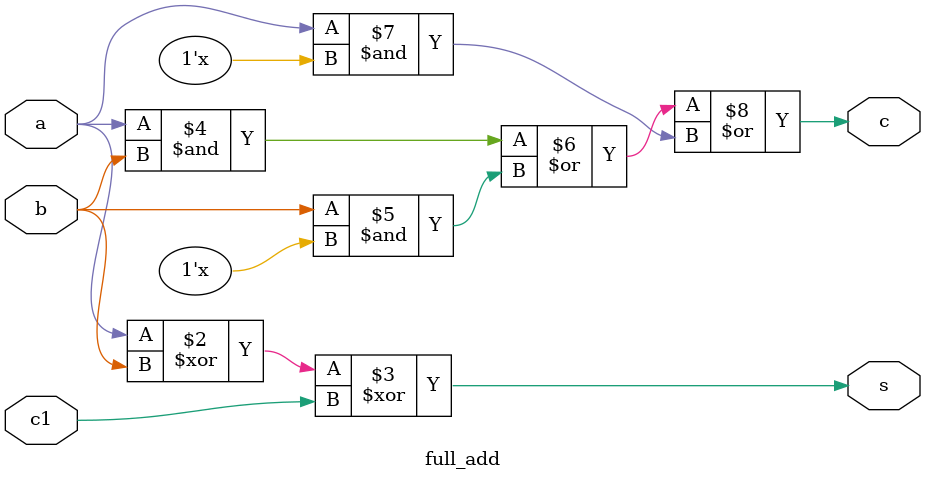
<source format=v>
`timescale 1ns / 1ps


module full_add (output reg s,c, input a,b,c1);
always@(*)
begin
    s=a^b^c1;
    c=(a&b)|(b&c)|(a&c);
end
endmodule

//full_adder using gate level
/* module full_add(output s,co, input a,b,c);
    wire k,t1,t2;
    xor g1(k,a,b);
    xor g2(s,k,c);
    and g3(t1,a,b);
    and g4(t2,k,c);
    or g5(co,t2,t1);
endmodule  */


//full_adder using data flow level
/* module full_add(output s,co, input a,b,c);
    assign s=a^b^c;
    assign co=(a&b)|(b&c)|(a&c);
endmodule  */
</source>
